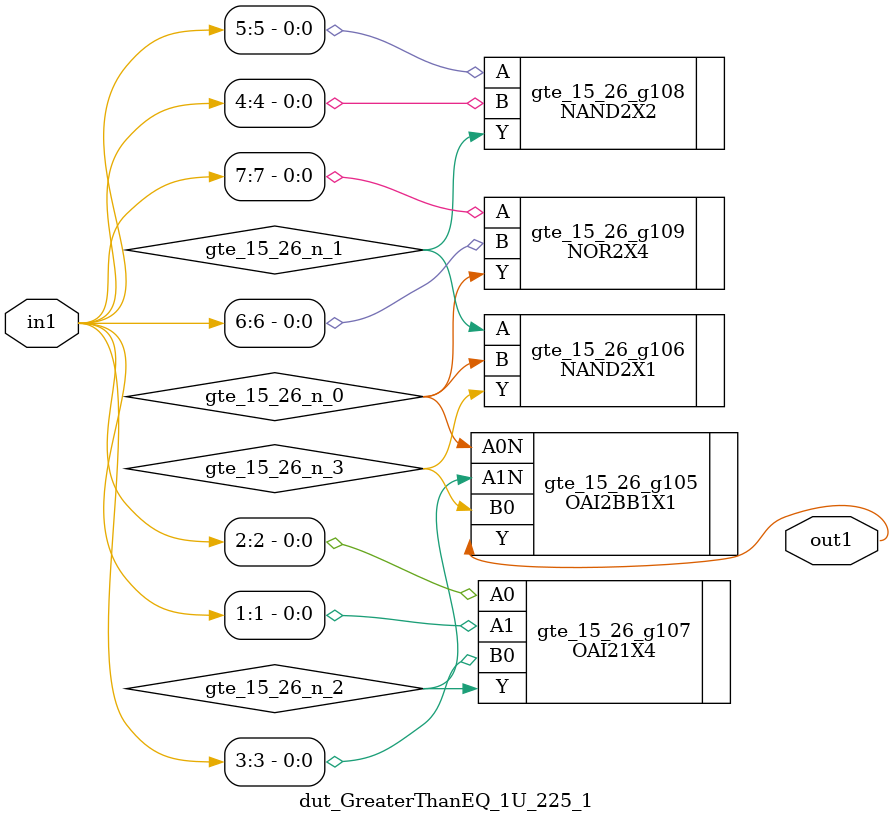
<source format=v>
`timescale 1ps / 1ps


module dut_GreaterThanEQ_1U_225_1(in1, out1);
  input [7:0] in1;
  output out1;
  wire [7:0] in1;
  wire out1;
  wire gte_15_26_n_0, gte_15_26_n_1, gte_15_26_n_2, gte_15_26_n_3;
  OAI2BB1X1 gte_15_26_g105(.A0N (gte_15_26_n_0), .A1N (gte_15_26_n_2),
       .B0 (gte_15_26_n_3), .Y (out1));
  NAND2X1 gte_15_26_g106(.A (gte_15_26_n_1), .B (gte_15_26_n_0), .Y
       (gte_15_26_n_3));
  OAI21X4 gte_15_26_g107(.A0 (in1[2]), .A1 (in1[1]), .B0 (in1[3]), .Y
       (gte_15_26_n_2));
  NAND2X2 gte_15_26_g108(.A (in1[5]), .B (in1[4]), .Y (gte_15_26_n_1));
  NOR2X4 gte_15_26_g109(.A (in1[7]), .B (in1[6]), .Y (gte_15_26_n_0));
endmodule



</source>
